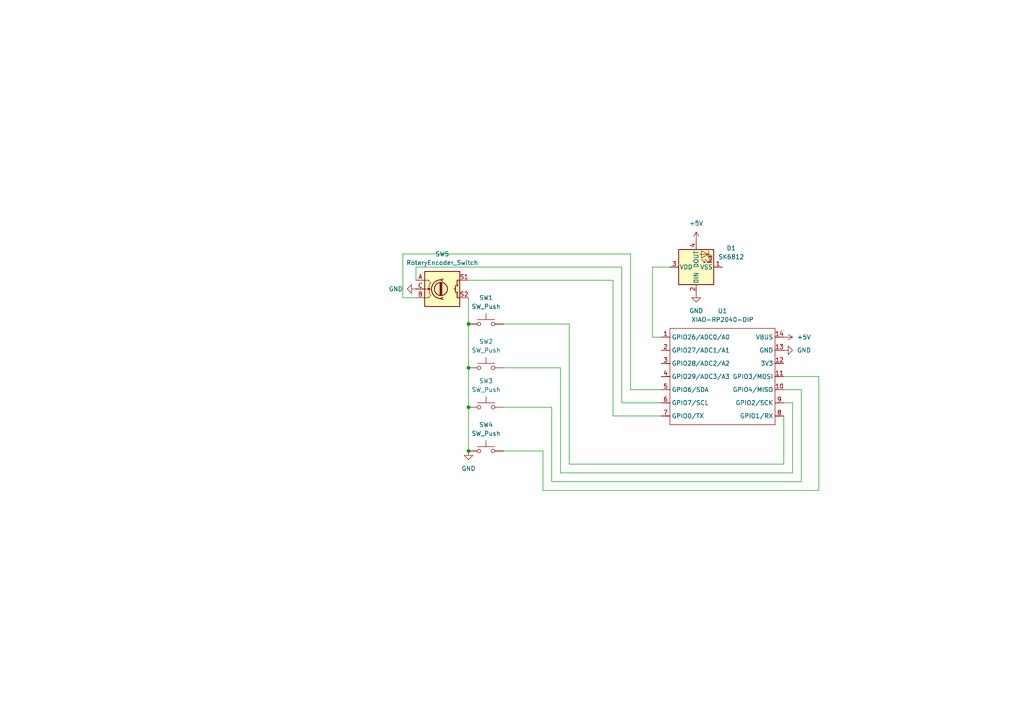
<source format=kicad_sch>
(kicad_sch (version 20231120) (generator "eeschema") (generator_version "8.0")
  (paper "A4")
  (lib_symbols
    (symbol "Device:RotaryEncoder_Switch" (pin_names (offset 0.254) hide)
      (property "Reference" "SW" (at 0 6.604 0))
      (property "Value" "RotaryEncoder_Switch" (at 0 -6.604 0))
      (symbol "RotaryEncoder_Switch_0_1"
        (rectangle (start -5.08 5.08) (end 5.08 -5.08) (stroke (width 0.254)) (fill (type background)))
        (circle (center -3.81 0) (radius 0.254) (fill (type outline)))
        (circle (center -0.381 0) (radius 1.905) (stroke (width 0.254)))
        (arc (start -0.381 2.667) (mid -3.0988 -0.0635) (end -0.381 -2.794) (stroke (width 0.254)))
        (polyline (pts (xy -0.635 -1.778) (xy -0.635 1.778)) (stroke (width 0.254)))
        (polyline (pts (xy -0.381 -1.778) (xy -0.381 1.778)) (stroke (width 0.254)))
        (polyline (pts (xy -0.127 1.778) (xy -0.127 -1.778)) (stroke (width 0.254)))
        (polyline (pts (xy 3.81 0) (xy 3.429 0)) (stroke (width 0.254)))
        (polyline (pts (xy 3.81 1.016) (xy 3.81 -1.016)) (stroke (width 0.254)))
        (polyline (pts (xy -5.08 -2.54) (xy -3.81 -2.54) (xy -3.81 -2.032)))
        (polyline (pts (xy -5.08 2.54) (xy -3.81 2.54) (xy -3.81 2.032)))
        (polyline (pts (xy 0.254 -3.048) (xy -0.508 -2.794) (xy 0.127 -2.413)) (stroke (width 0.254)))
        (polyline (pts (xy 0.254 2.921) (xy -0.508 2.667) (xy 0.127 2.286)) (stroke (width 0.254)))
        (polyline (pts (xy 5.08 -2.54) (xy 4.318 -2.54) (xy 4.318 -1.016)) (stroke (width 0.254)))
        (polyline (pts (xy 5.08 2.54) (xy 4.318 2.54) (xy 4.318 1.016)) (stroke (width 0.254)))
        (polyline (pts (xy -5.08 0) (xy -3.81 0) (xy -3.81 -1.016) (xy -3.302 -2.032)))
        (polyline (pts (xy -4.318 0) (xy -3.81 0) (xy -3.81 1.016) (xy -3.302 2.032)))
        (circle (center 4.318 -1.016) (radius 0.127) (stroke (width 0.254)))
        (circle (center 4.318 1.016) (radius 0.127) (stroke (width 0.254)))
      )
      (symbol "RotaryEncoder_Switch_1_1"
        (pin passive line (at -7.62 2.54 0) (length 2.54) (name "A") (number "A"))
        (pin passive line (at -7.62 -2.54 0) (length 2.54) (name "B") (number "B"))
        (pin passive line (at -7.62 0 0) (length 2.54) (name "C") (number "C"))
        (pin passive line (at 7.62 2.54 180) (length 2.54) (name "S1") (number "S1"))
        (pin passive line (at 7.62 -2.54 180) (length 2.54) (name "S2") (number "S2"))
      )
    )
    (symbol "LED:SK6812" (pin_names (offset 0.254))
      (property "Reference" "D" (at 5.08 5.715 0))
      (property "Value" "SK6812" (at 1.27 -5.715 0))
      (symbol "SK6812_0_0"
        (text "RGB" (at 2.286 -4.191 0) (effects (font (size 0.762 0.762))))
      )
      (symbol "SK6812_0_1"
        (polyline (pts (xy 1.27 -3.556) (xy 1.778 -3.556)))
        (polyline (pts (xy 1.27 -2.54) (xy 1.778 -2.54)))
        (polyline (pts (xy 4.699 -3.556) (xy 2.667 -3.556)))
        (polyline (pts (xy 2.286 -2.54) (xy 1.27 -3.556) (xy 1.27 -3.048)))
        (polyline (pts (xy 2.286 -1.524) (xy 1.27 -2.54) (xy 1.27 -2.032)))
        (polyline (pts (xy 3.683 -1.016) (xy 3.683 -3.556) (xy 3.683 -4.064)))
        (polyline (pts (xy 4.699 -1.524) (xy 2.667 -1.524) (xy 3.683 -3.556) (xy 4.699 -1.524)))
        (rectangle (start 5.08 5.08) (end -5.08 -5.08) (stroke (width 0.254)) (fill (type background)))
      )
      (symbol "SK6812_1_1"
        (pin power_in line (at 0 -7.62 90) (length 2.54) (name "VSS") (number "1"))
        (pin input line (at -7.62 0 0) (length 2.54) (name "DIN") (number "2"))
        (pin power_in line (at 0 7.62 270) (length 2.54) (name "VDD") (number "3"))
        (pin output line (at 7.62 0 180) (length 2.54) (name "DOUT") (number "4"))
      )
    )
    (symbol "OPL:XIAO-RP2040-DIP"
      (property "Reference" "U" (at 0 0 0))
      (property "Value" "XIAO-RP2040-DIP" (at 5.334 -1.778 0))
      (symbol "XIAO-RP2040-DIP_1_0"
        (polyline (pts (xy -1.27 -30.48) (xy -1.27 -16.51)) (stroke (width 0.1524)))
        (polyline (pts (xy -1.27 -27.94) (xy -2.54 -27.94)) (stroke (width 0.1524)))
        (polyline (pts (xy -1.27 -24.13) (xy -2.54 -24.13)) (stroke (width 0.1524)))
        (polyline (pts (xy -1.27 -20.32) (xy -2.54 -20.32)) (stroke (width 0.1524)))
        (polyline (pts (xy -1.27 -16.51) (xy -2.54 -16.51)) (stroke (width 0.1524)))
        (polyline (pts (xy -1.27 -16.51) (xy -1.27 -12.7)) (stroke (width 0.1524)))
        (polyline (pts (xy -1.27 -12.7) (xy -2.54 -12.7)) (stroke (width 0.1524)))
        (polyline (pts (xy -1.27 -12.7) (xy -1.27 -8.89)) (stroke (width 0.1524)))
        (polyline (pts (xy -1.27 -8.89) (xy -2.54 -8.89)) (stroke (width 0.1524)))
        (polyline (pts (xy -1.27 -8.89) (xy -1.27 -5.08)) (stroke (width 0.1524)))
        (polyline (pts (xy -1.27 -5.08) (xy -2.54 -5.08)) (stroke (width 0.1524)))
        (polyline (pts (xy -1.27 -5.08) (xy -1.27 -2.54)) (stroke (width 0.1524)))
        (polyline (pts (xy -1.27 -2.54) (xy 29.21 -2.54)) (stroke (width 0.1524)))
        (polyline (pts (xy 29.21 -30.48) (xy -1.27 -30.48)) (stroke (width 0.1524)))
        (polyline (pts (xy 29.21 -12.7) (xy 29.21 -30.48)) (stroke (width 0.1524)))
        (polyline (pts (xy 29.21 -8.89) (xy 29.21 -12.7)) (stroke (width 0.1524)))
        (polyline (pts (xy 29.21 -5.08) (xy 29.21 -8.89)) (stroke (width 0.1524)))
        (polyline (pts (xy 29.21 -2.54) (xy 29.21 -5.08)) (stroke (width 0.1524)))
        (polyline (pts (xy 30.48 -27.94) (xy 29.21 -27.94)) (stroke (width 0.1524)))
        (polyline (pts (xy 30.48 -24.13) (xy 29.21 -24.13)) (stroke (width 0.1524)))
        (polyline (pts (xy 30.48 -20.32) (xy 29.21 -20.32)) (stroke (width 0.1524)))
        (polyline (pts (xy 30.48 -16.51) (xy 29.21 -16.51)) (stroke (width 0.1524)))
        (polyline (pts (xy 30.48 -12.7) (xy 29.21 -12.7)) (stroke (width 0.1524)))
        (polyline (pts (xy 30.48 -8.89) (xy 29.21 -8.89)) (stroke (width 0.1524)))
        (polyline (pts (xy 30.48 -5.08) (xy 29.21 -5.08)) (stroke (width 0.1524)))
        (pin passive line (at -3.81 -5.08 0) (length 2.54) (name "GPIO26/ADC0/A0") (number "1"))
        (pin passive line (at 31.75 -20.32 180) (length 2.54) (name "GPIO4/MISO") (number "10"))
        (pin passive line (at 31.75 -16.51 180) (length 2.54) (name "GPIO3/MOSI") (number "11"))
        (pin passive line (at 31.75 -12.7 180) (length 2.54) (name "3V3") (number "12"))
        (pin passive line (at 31.75 -8.89 180) (length 2.54) (name "GND") (number "13"))
        (pin passive line (at 31.75 -5.08 180) (length 2.54) (name "VBUS") (number "14"))
        (pin passive line (at -3.81 -8.89 0) (length 2.54) (name "GPIO27/ADC1/A1") (number "2"))
        (pin passive line (at -3.81 -12.7 0) (length 2.54) (name "GPIO28/ADC2/A2") (number "3"))
        (pin passive line (at -3.81 -16.51 0) (length 2.54) (name "GPIO29/ADC3/A3") (number "4"))
        (pin passive line (at -3.81 -20.32 0) (length 2.54) (name "GPIO6/SDA") (number "5"))
        (pin passive line (at -3.81 -24.13 0) (length 2.54) (name "GPIO7/SCL") (number "6"))
        (pin passive line (at -3.81 -27.94 0) (length 2.54) (name "GPIO0/TX") (number "7"))
        (pin passive line (at 31.75 -27.94 180) (length 2.54) (name "GPIO1/RX") (number "8"))
        (pin passive line (at 31.75 -24.13 180) (length 2.54) (name "GPIO2/SCK") (number "9"))
      )
    )
    (symbol "Switch:SW_Push" (pin_numbers hide) (pin_names (offset 1.016) hide)
      (property "Reference" "SW" (at 1.27 2.54 0))
      (property "Value" "SW_Push" (at 0 -1.524 0))
      (symbol "SW_Push_0_1"
        (circle (center -2.032 0) (radius 0.508))
        (polyline (pts (xy 0 1.27) (xy 0 3.048)))
        (polyline (pts (xy 2.54 1.27) (xy -2.54 1.27)))
        (circle (center 2.032 0) (radius 0.508))
        (pin passive line (at -5.08 0 0) (length 2.54) (name "1") (number "1"))
        (pin passive line (at 5.08 0 180) (length 2.54) (name "2") (number "2"))
      )
    )
    (symbol "power:+5V" (power) (pin_numbers hide) (pin_names (offset 0) hide)
      (property "Value" "+5V" (at 0 3.556 0))
      (symbol "+5V_0_1"
        (polyline (pts (xy -0.762 1.27) (xy 0 2.54)))
        (polyline (pts (xy 0 0) (xy 0 2.54)))
        (polyline (pts (xy 0 2.54) (xy 0.762 1.27)))
      )
      (symbol "+5V_1_1"
        (pin power_in line (at 0 0 90) (length 0) (name "~") (number "1"))
      )
    )
    (symbol "power:GND" (power) (pin_numbers hide) (pin_names (offset 0) hide)
      (property "Value" "GND" (at 0 -3.81 0))
      (symbol "GND_0_1"
        (polyline (pts (xy 0 0) (xy 0 -1.27) (xy 1.27 -1.27) (xy 0 -2.54) (xy -1.27 -1.27) (xy 0 -1.27)))
      )
      (symbol "GND_1_1"
        (pin power_in line (at 0 0 270) (length 0) (name "~") (number "1"))
      )
    )
  )
  (junction (at 135.89 93.98))
  (junction (at 135.89 118.11))
  (junction (at 135.89 106.68))
  (junction (at 135.89 130.81))
  (wire (pts (xy 135.89 118.11) (xy 135.89 130.81)))
  (wire (pts (xy 227.33 134.62) (xy 227.33 120.65)))
  (wire (pts (xy 146.05 93.98) (xy 165.1 93.98)))
  (wire (pts (xy 182.88 113.03) (xy 191.77 113.03)))
  (wire (pts (xy 146.05 106.68) (xy 162.56 106.68)))
  (wire (pts (xy 229.87 137.16) (xy 229.87 116.84)))
  (wire (pts (xy 189.23 77.47) (xy 189.23 97.79)))
  (wire (pts (xy 135.89 93.98) (xy 135.89 106.68)))
  (wire (pts (xy 157.48 130.81) (xy 157.48 142.24)))
  (wire (pts (xy 120.65 77.47) (xy 180.34 77.47)))
  (wire (pts (xy 165.1 134.62) (xy 227.33 134.62)))
  (wire (pts (xy 232.41 139.7) (xy 232.41 113.03)))
  (wire (pts (xy 182.88 73.66) (xy 182.88 113.03)))
  (wire (pts (xy 135.89 86.36) (xy 135.89 93.98)))
  (wire (pts (xy 180.34 116.84) (xy 191.77 116.84)))
  (wire (pts (xy 180.34 77.47) (xy 180.34 116.84)))
  (wire (pts (xy 177.8 81.28) (xy 177.8 120.65)))
  (wire (pts (xy 120.65 86.36) (xy 116.84 86.36)))
  (wire (pts (xy 227.33 116.84) (xy 229.87 116.84)))
  (wire (pts (xy 177.8 120.65) (xy 191.77 120.65)))
  (wire (pts (xy 162.56 137.16) (xy 229.87 137.16)))
  (wire (pts (xy 116.84 86.36) (xy 116.84 73.66)))
  (wire (pts (xy 232.41 113.03) (xy 227.33 113.03)))
  (wire (pts (xy 146.05 130.81) (xy 157.48 130.81)))
  (wire (pts (xy 135.89 106.68) (xy 135.89 118.11)))
  (wire (pts (xy 160.02 139.7) (xy 232.41 139.7)))
  (wire (pts (xy 237.49 142.24) (xy 237.49 109.22)))
  (wire (pts (xy 135.89 81.28) (xy 177.8 81.28)))
  (wire (pts (xy 189.23 77.47) (xy 194.31 77.47)))
  (wire (pts (xy 165.1 93.98) (xy 165.1 134.62)))
  (wire (pts (xy 162.56 106.68) (xy 162.56 137.16)))
  (wire (pts (xy 160.02 118.11) (xy 160.02 139.7)))
  (wire (pts (xy 189.23 97.79) (xy 191.77 97.79)))
  (wire (pts (xy 237.49 109.22) (xy 227.33 109.22)))
  (wire (pts (xy 157.48 142.24) (xy 237.49 142.24)))
  (wire (pts (xy 146.05 118.11) (xy 160.02 118.11)))
  (wire (pts (xy 116.84 73.66) (xy 182.88 73.66)))
  (wire (pts (xy 120.65 81.28) (xy 120.65 77.47)))
  (symbol (lib_id "Switch:SW_Push") (at 140.97 130.81 0) (unit 1)
    (property "Reference" "SW4" (at 140.97 123.19 0))
    (property "Value" "SW_Push" (at 140.97 125.73 0))
    (property "Footprint" "Button_Switch_Keyboard:SW_Cherry_MX_1.00u_PCB" (effects (hide yes)))
    (property "Description" "Push button switch, generic, two pins" (effects (hide yes)))
  )
  (symbol (lib_id "Switch:SW_Push") (at 140.97 118.11 0) (unit 1)
    (property "Reference" "SW3" (at 140.97 110.49 0))
    (property "Value" "SW_Push" (at 140.97 113.03 0))
    (property "Footprint" "Button_Switch_Keyboard:SW_Cherry_MX_1.00u_PCB" (effects (hide yes)))
    (property "Description" "Push button switch, generic, two pins" (effects (hide yes)))
  )
  (symbol (lib_id "power:GND") (at 227.33 101.6 90) (unit 1)
    (property "Reference" "#PWR05" (effects (hide yes)))
    (property "Value" "GND" (at 231.14 101.5999 90) (effects (justify right)))
    (property "Description" "Power symbol creates a global label with name \"GND\" , ground" (effects (hide yes)))
  )
  (symbol (lib_id "power:GND") (at 201.93 85.09 0) (unit 1)
    (property "Reference" "#PWR01" (effects (hide yes)))
    (property "Value" "GND" (at 201.93 90.17 0))
    (property "Description" "Power symbol creates a global label with name \"GND\" , ground" (effects (hide yes)))
  )
  (symbol (lib_id "Switch:SW_Push") (at 140.97 93.98 0) (unit 1)
    (property "Reference" "SW1" (at 140.97 86.36 0))
    (property "Value" "SW_Push" (at 140.97 88.9 0))
    (property "Footprint" "Button_Switch_Keyboard:SW_Cherry_MX_1.00u_PCB" (effects (hide yes)))
    (property "Description" "Push button switch, generic, two pins" (effects (hide yes)))
  )
  (symbol (lib_id "OPL:XIAO-RP2040-DIP") (at 195.58 92.71 0) (unit 1)
    (property "Reference" "U1" (at 209.55 90.17 0))
    (property "Value" "XIAO-RP2040-DIP" (at 209.55 92.71 0))
    (property "Footprint" "OPL:XIAO-RP2040-DIP" (effects (hide yes)))
  )
  (symbol (lib_id "power:GND") (at 120.65 83.82 270) (unit 1)
    (property "Reference" "#PWR06" (effects (hide yes)))
    (property "Value" "GND" (at 116.84 83.8199 90) (effects (justify right)))
    (property "Description" "Power symbol creates a global label with name \"GND\" , ground" (effects (hide yes)))
  )
  (symbol (lib_id "Device:RotaryEncoder_Switch") (at 128.27 83.82 0) (unit 1)
    (property "Reference" "SW5" (at 128.27 73.66 0))
    (property "Value" "RotaryEncoder_Switch" (at 128.27 76.2 0))
    (property "Footprint" "Rotary_Encoder:RotaryEncoder_Alps_EC11E-Switch_Vertical_H20mm" (effects (hide yes)))
    (property "Description" "Rotary encoder, dual channel, incremental quadrate outputs, with switch" (effects (hide yes)))
  )
  (symbol (lib_id "LED:SK6812") (at 201.93 77.47 90) (unit 1)
    (property "Reference" "D1" (at 212.09 71.9738 90))
    (property "Value" "SK6812" (at 212.09 74.5138 90))
    (property "Footprint" "LED_SMD:LED_SK6812_PLCC4_5.0x5.0mm_P3.2mm" (effects (hide yes)))
    (property "Datasheet" "https://cdn-shop.adafruit.com/product-files/1138/SK6812+LED+datasheet+.pdf" (effects (hide yes)))
    (property "Description" "RGB LED with integrated controller" (effects (hide yes)))
  )
  (symbol (lib_id "Switch:SW_Push") (at 140.97 106.68 0) (unit 1)
    (property "Reference" "SW2" (at 140.97 99.06 0))
    (property "Value" "SW_Push" (at 140.97 101.6 0))
    (property "Footprint" "Button_Switch_Keyboard:SW_Cherry_MX_1.00u_PCB" (effects (hide yes)))
    (property "Description" "Push button switch, generic, two pins" (effects (hide yes)))
  )
  (symbol (lib_id "power:+5V") (at 201.93 69.85 0) (unit 1)
    (property "Reference" "#PWR03" (effects (hide yes)))
    (property "Value" "+5V" (at 201.93 64.77 0))
    (property "Description" "Power symbol creates a global label with name \"+5V\"" (effects (hide yes)))
  )
  (symbol (lib_id "power:GND") (at 135.89 130.81 0) (unit 1)
    (property "Reference" "#PWR02" (effects (hide yes)))
    (property "Value" "GND" (at 135.89 135.89 0))
    (property "Description" "Power symbol creates a global label with name \"GND\" , ground" (effects (hide yes)))
  )
  (symbol (lib_id "power:+5V") (at 227.33 97.79 270) (unit 1)
    (property "Reference" "#PWR04" (effects (hide yes)))
    (property "Value" "+5V" (at 231.14 97.7899 90) (effects (justify left)))
    (property "Description" "Power symbol creates a global label with name \"+5V\"" (effects (hide yes)))
  )
)
</source>
